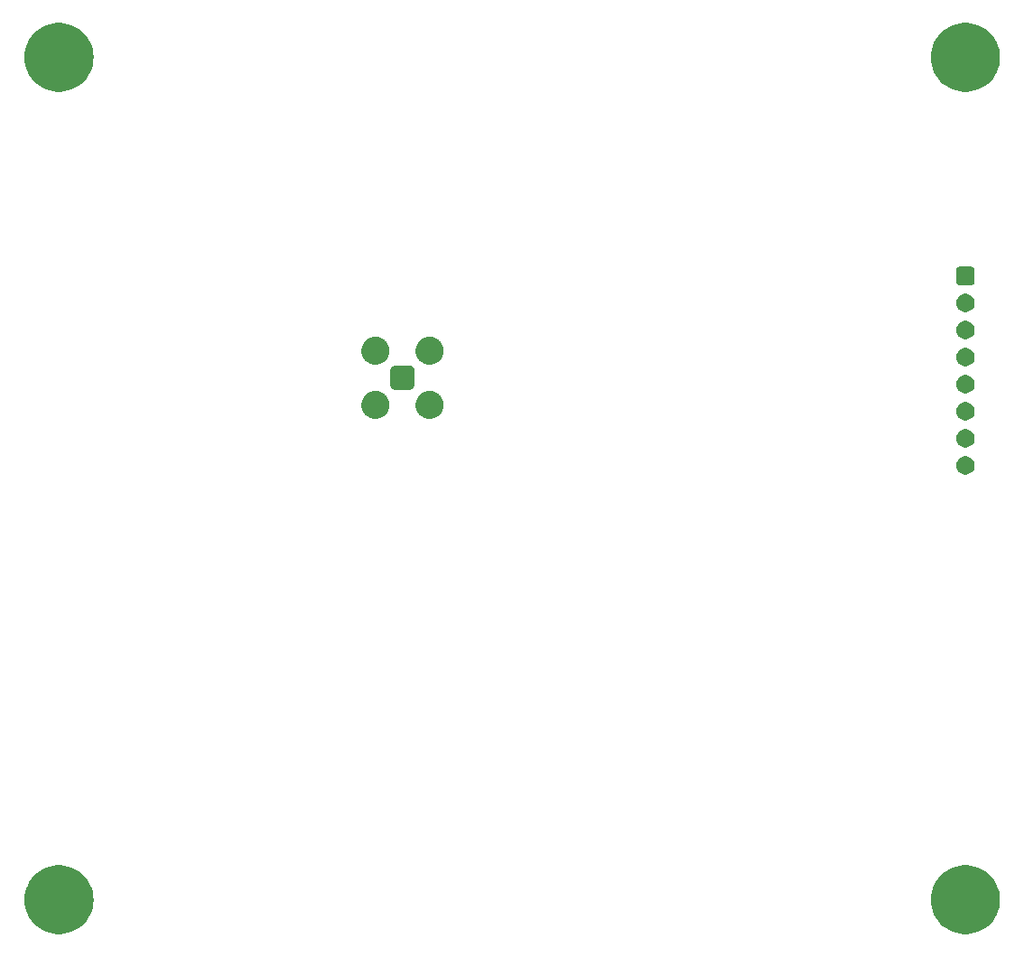
<source format=gbr>
%TF.GenerationSoftware,KiCad,Pcbnew,8.0.8*%
%TF.CreationDate,2025-03-29T16:24:55+01:00*%
%TF.ProjectId,rf,72662e6b-6963-4616-945f-706362585858,rev?*%
%TF.SameCoordinates,PX55d4a80PY8044ea0*%
%TF.FileFunction,Soldermask,Bot*%
%TF.FilePolarity,Negative*%
%FSLAX46Y46*%
G04 Gerber Fmt 4.6, Leading zero omitted, Abs format (unit mm)*
G04 Created by KiCad (PCBNEW 8.0.8) date 2025-03-29 16:24:55*
%MOMM*%
%LPD*%
G01*
G04 APERTURE LIST*
G04 APERTURE END LIST*
G36*
X6023850Y8695344D02*
G01*
X6366257Y8619975D01*
X6698507Y8508027D01*
X7016707Y8360812D01*
X7317124Y8180057D01*
X7596237Y7967881D01*
X7850773Y7726771D01*
X8077749Y7459554D01*
X8274504Y7169363D01*
X8438729Y6859601D01*
X8568501Y6533898D01*
X8662297Y6196074D01*
X8719019Y5850089D01*
X8738000Y5500000D01*
X8719019Y5149911D01*
X8662297Y4803926D01*
X8568501Y4466102D01*
X8438729Y4140399D01*
X8274504Y3830637D01*
X8077749Y3540446D01*
X7850773Y3273229D01*
X7596237Y3032119D01*
X7317124Y2819943D01*
X7016707Y2639188D01*
X6698507Y2491973D01*
X6366257Y2380025D01*
X6023850Y2304656D01*
X5675302Y2266749D01*
X5324698Y2266749D01*
X4976150Y2304656D01*
X4633743Y2380025D01*
X4301493Y2491973D01*
X3983293Y2639188D01*
X3682876Y2819943D01*
X3403763Y3032119D01*
X3149227Y3273229D01*
X2922251Y3540446D01*
X2725496Y3830637D01*
X2561271Y4140399D01*
X2431499Y4466102D01*
X2337703Y4803926D01*
X2280981Y5149911D01*
X2262000Y5500000D01*
X2280981Y5850089D01*
X2337703Y6196074D01*
X2431499Y6533898D01*
X2561271Y6859601D01*
X2725496Y7169363D01*
X2922251Y7459554D01*
X3149227Y7726771D01*
X3403763Y7967881D01*
X3682876Y8180057D01*
X3983293Y8360812D01*
X4301493Y8508027D01*
X4633743Y8619975D01*
X4976150Y8695344D01*
X5324698Y8733251D01*
X5675302Y8733251D01*
X6023850Y8695344D01*
G37*
G36*
X91023850Y8695344D02*
G01*
X91366257Y8619975D01*
X91698507Y8508027D01*
X92016707Y8360812D01*
X92317124Y8180057D01*
X92596237Y7967881D01*
X92850773Y7726771D01*
X93077749Y7459554D01*
X93274504Y7169363D01*
X93438729Y6859601D01*
X93568501Y6533898D01*
X93662297Y6196074D01*
X93719019Y5850089D01*
X93738000Y5500000D01*
X93719019Y5149911D01*
X93662297Y4803926D01*
X93568501Y4466102D01*
X93438729Y4140399D01*
X93274504Y3830637D01*
X93077749Y3540446D01*
X92850773Y3273229D01*
X92596237Y3032119D01*
X92317124Y2819943D01*
X92016707Y2639188D01*
X91698507Y2491973D01*
X91366257Y2380025D01*
X91023850Y2304656D01*
X90675302Y2266749D01*
X90324698Y2266749D01*
X89976150Y2304656D01*
X89633743Y2380025D01*
X89301493Y2491973D01*
X88983293Y2639188D01*
X88682876Y2819943D01*
X88403763Y3032119D01*
X88149227Y3273229D01*
X87922251Y3540446D01*
X87725496Y3830637D01*
X87561271Y4140399D01*
X87431499Y4466102D01*
X87337703Y4803926D01*
X87280981Y5149911D01*
X87262000Y5500000D01*
X87280981Y5850089D01*
X87337703Y6196074D01*
X87431499Y6533898D01*
X87561271Y6859601D01*
X87725496Y7169363D01*
X87922251Y7459554D01*
X88149227Y7726771D01*
X88403763Y7967881D01*
X88682876Y8180057D01*
X88983293Y8360812D01*
X89301493Y8508027D01*
X89633743Y8619975D01*
X89976150Y8695344D01*
X90324698Y8733251D01*
X90675302Y8733251D01*
X91023850Y8695344D01*
G37*
G36*
X90766682Y47040762D02*
G01*
X90931500Y46967380D01*
X91077460Y46861334D01*
X91198182Y46727259D01*
X91288390Y46571014D01*
X91344141Y46399428D01*
X91363000Y46220000D01*
X91344141Y46040572D01*
X91288390Y45868986D01*
X91198182Y45712741D01*
X91077460Y45578666D01*
X90931500Y45472620D01*
X90766682Y45399238D01*
X90590208Y45361728D01*
X90409792Y45361728D01*
X90233318Y45399238D01*
X90068500Y45472620D01*
X89922540Y45578666D01*
X89801818Y45712741D01*
X89711610Y45868986D01*
X89655859Y46040572D01*
X89637000Y46220000D01*
X89655859Y46399428D01*
X89711610Y46571014D01*
X89801818Y46727259D01*
X89922540Y46861334D01*
X90068500Y46967380D01*
X90233318Y47040762D01*
X90409792Y47078272D01*
X90590208Y47078272D01*
X90766682Y47040762D01*
G37*
G36*
X90766682Y49580762D02*
G01*
X90931500Y49507380D01*
X91077460Y49401334D01*
X91198182Y49267259D01*
X91288390Y49111014D01*
X91344141Y48939428D01*
X91363000Y48760000D01*
X91344141Y48580572D01*
X91288390Y48408986D01*
X91198182Y48252741D01*
X91077460Y48118666D01*
X90931500Y48012620D01*
X90766682Y47939238D01*
X90590208Y47901728D01*
X90409792Y47901728D01*
X90233318Y47939238D01*
X90068500Y48012620D01*
X89922540Y48118666D01*
X89801818Y48252741D01*
X89711610Y48408986D01*
X89655859Y48580572D01*
X89637000Y48760000D01*
X89655859Y48939428D01*
X89711610Y49111014D01*
X89801818Y49267259D01*
X89922540Y49401334D01*
X90068500Y49507380D01*
X90233318Y49580762D01*
X90409792Y49618272D01*
X90590208Y49618272D01*
X90766682Y49580762D01*
G37*
G36*
X90766682Y52120762D02*
G01*
X90931500Y52047380D01*
X91077460Y51941334D01*
X91198182Y51807259D01*
X91288390Y51651014D01*
X91344141Y51479428D01*
X91363000Y51300000D01*
X91344141Y51120572D01*
X91288390Y50948986D01*
X91198182Y50792741D01*
X91077460Y50658666D01*
X90931500Y50552620D01*
X90766682Y50479238D01*
X90590208Y50441728D01*
X90409792Y50441728D01*
X90233318Y50479238D01*
X90068500Y50552620D01*
X89922540Y50658666D01*
X89801818Y50792741D01*
X89711610Y50948986D01*
X89655859Y51120572D01*
X89637000Y51300000D01*
X89655859Y51479428D01*
X89711610Y51651014D01*
X89801818Y51807259D01*
X89922540Y51941334D01*
X90068500Y52047380D01*
X90233318Y52120762D01*
X90409792Y52158272D01*
X90590208Y52158272D01*
X90766682Y52120762D01*
G37*
G36*
X35223700Y53228302D02*
G01*
X35278407Y53228302D01*
X35338700Y53218241D01*
X35398000Y53213053D01*
X35444567Y53200575D01*
X35492270Y53192615D01*
X35556265Y53170646D01*
X35619072Y53153816D01*
X35657545Y53135876D01*
X35697343Y53122213D01*
X35762733Y53086826D01*
X35826500Y53057091D01*
X35856515Y53036075D01*
X35888025Y53019022D01*
X35952172Y52969095D01*
X36013980Y52925816D01*
X36035762Y52904034D01*
X36059126Y52885849D01*
X36119141Y52820655D01*
X36175816Y52763980D01*
X36190122Y52743548D01*
X36205971Y52726332D01*
X36258837Y52645413D01*
X36307091Y52576500D01*
X36315146Y52559226D01*
X36324559Y52544818D01*
X36367285Y52447412D01*
X36403816Y52369072D01*
X36407217Y52356377D01*
X36411654Y52346263D01*
X36441352Y52228986D01*
X36463053Y52148000D01*
X36463682Y52140808D01*
X36464880Y52136078D01*
X36478931Y51966505D01*
X36483000Y51920000D01*
X36478931Y51873493D01*
X36464880Y51703923D01*
X36463682Y51699194D01*
X36463053Y51692000D01*
X36441348Y51610998D01*
X36411654Y51493738D01*
X36407218Y51483627D01*
X36403816Y51470928D01*
X36367278Y51392573D01*
X36324559Y51295183D01*
X36315147Y51280779D01*
X36307091Y51263500D01*
X36258827Y51194574D01*
X36205971Y51113669D01*
X36190125Y51096457D01*
X36175816Y51076020D01*
X36119129Y51019334D01*
X36059126Y50954152D01*
X36035766Y50935971D01*
X36013980Y50914184D01*
X35952159Y50870897D01*
X35888025Y50820979D01*
X35856521Y50803931D01*
X35826500Y50782909D01*
X35762720Y50753169D01*
X35697343Y50717788D01*
X35657553Y50704129D01*
X35619072Y50686184D01*
X35556252Y50669352D01*
X35492270Y50647386D01*
X35444575Y50639428D01*
X35398000Y50626947D01*
X35338696Y50621759D01*
X35278407Y50611698D01*
X35223700Y50611698D01*
X35170000Y50607000D01*
X35116300Y50611698D01*
X35061593Y50611698D01*
X35001302Y50621759D01*
X34942000Y50626947D01*
X34895425Y50639427D01*
X34847729Y50647386D01*
X34783743Y50669353D01*
X34720928Y50686184D01*
X34682449Y50704127D01*
X34642656Y50717788D01*
X34577272Y50753172D01*
X34513500Y50782909D01*
X34483481Y50803928D01*
X34451974Y50820979D01*
X34387830Y50870904D01*
X34326020Y50914184D01*
X34304236Y50935968D01*
X34280873Y50954152D01*
X34220857Y51019347D01*
X34164184Y51076020D01*
X34149877Y51096452D01*
X34134028Y51113669D01*
X34081157Y51194595D01*
X34032909Y51263500D01*
X34024854Y51280773D01*
X34015440Y51295183D01*
X33972704Y51392609D01*
X33936184Y51470928D01*
X33932783Y51483621D01*
X33928345Y51493738D01*
X33898633Y51611066D01*
X33876947Y51692000D01*
X33876318Y51699188D01*
X33875119Y51703923D01*
X33861049Y51873709D01*
X33857000Y51920000D01*
X33861049Y51966288D01*
X33875119Y52136078D01*
X33876318Y52140815D01*
X33876947Y52148000D01*
X33898629Y52228918D01*
X33928345Y52346263D01*
X33932783Y52356383D01*
X33936184Y52369072D01*
X33972697Y52447376D01*
X34015440Y52544818D01*
X34024856Y52559231D01*
X34032909Y52576500D01*
X34081147Y52645392D01*
X34134028Y52726332D01*
X34149880Y52743553D01*
X34164184Y52763980D01*
X34220846Y52820643D01*
X34280873Y52885849D01*
X34304241Y52904038D01*
X34326020Y52925816D01*
X34387817Y52969088D01*
X34451974Y53019022D01*
X34483488Y53036077D01*
X34513500Y53057091D01*
X34577258Y53086823D01*
X34642656Y53122213D01*
X34682457Y53135877D01*
X34720928Y53153816D01*
X34783730Y53170645D01*
X34847729Y53192615D01*
X34895433Y53200576D01*
X34942000Y53213053D01*
X35001299Y53218241D01*
X35061593Y53228302D01*
X35116300Y53228302D01*
X35170000Y53233000D01*
X35223700Y53228302D01*
G37*
G36*
X40303700Y53228302D02*
G01*
X40358407Y53228302D01*
X40418700Y53218241D01*
X40478000Y53213053D01*
X40524567Y53200575D01*
X40572270Y53192615D01*
X40636265Y53170646D01*
X40699072Y53153816D01*
X40737545Y53135876D01*
X40777343Y53122213D01*
X40842733Y53086826D01*
X40906500Y53057091D01*
X40936515Y53036075D01*
X40968025Y53019022D01*
X41032172Y52969095D01*
X41093980Y52925816D01*
X41115762Y52904034D01*
X41139126Y52885849D01*
X41199141Y52820655D01*
X41255816Y52763980D01*
X41270122Y52743548D01*
X41285971Y52726332D01*
X41338837Y52645413D01*
X41387091Y52576500D01*
X41395146Y52559226D01*
X41404559Y52544818D01*
X41447285Y52447412D01*
X41483816Y52369072D01*
X41487217Y52356377D01*
X41491654Y52346263D01*
X41521352Y52228986D01*
X41543053Y52148000D01*
X41543682Y52140808D01*
X41544880Y52136078D01*
X41558931Y51966505D01*
X41563000Y51920000D01*
X41558931Y51873493D01*
X41544880Y51703923D01*
X41543682Y51699194D01*
X41543053Y51692000D01*
X41521348Y51610998D01*
X41491654Y51493738D01*
X41487218Y51483627D01*
X41483816Y51470928D01*
X41447278Y51392573D01*
X41404559Y51295183D01*
X41395147Y51280779D01*
X41387091Y51263500D01*
X41338827Y51194574D01*
X41285971Y51113669D01*
X41270125Y51096457D01*
X41255816Y51076020D01*
X41199129Y51019334D01*
X41139126Y50954152D01*
X41115766Y50935971D01*
X41093980Y50914184D01*
X41032159Y50870897D01*
X40968025Y50820979D01*
X40936521Y50803931D01*
X40906500Y50782909D01*
X40842720Y50753169D01*
X40777343Y50717788D01*
X40737553Y50704129D01*
X40699072Y50686184D01*
X40636252Y50669352D01*
X40572270Y50647386D01*
X40524575Y50639428D01*
X40478000Y50626947D01*
X40418696Y50621759D01*
X40358407Y50611698D01*
X40303700Y50611698D01*
X40250000Y50607000D01*
X40196300Y50611698D01*
X40141593Y50611698D01*
X40081302Y50621759D01*
X40022000Y50626947D01*
X39975425Y50639427D01*
X39927729Y50647386D01*
X39863743Y50669353D01*
X39800928Y50686184D01*
X39762449Y50704127D01*
X39722656Y50717788D01*
X39657272Y50753172D01*
X39593500Y50782909D01*
X39563481Y50803928D01*
X39531974Y50820979D01*
X39467830Y50870904D01*
X39406020Y50914184D01*
X39384236Y50935968D01*
X39360873Y50954152D01*
X39300857Y51019347D01*
X39244184Y51076020D01*
X39229877Y51096452D01*
X39214028Y51113669D01*
X39161157Y51194595D01*
X39112909Y51263500D01*
X39104854Y51280773D01*
X39095440Y51295183D01*
X39052704Y51392609D01*
X39016184Y51470928D01*
X39012783Y51483621D01*
X39008345Y51493738D01*
X38978633Y51611066D01*
X38956947Y51692000D01*
X38956318Y51699188D01*
X38955119Y51703923D01*
X38941049Y51873709D01*
X38937000Y51920000D01*
X38941049Y51966288D01*
X38955119Y52136078D01*
X38956318Y52140815D01*
X38956947Y52148000D01*
X38978629Y52228918D01*
X39008345Y52346263D01*
X39012783Y52356383D01*
X39016184Y52369072D01*
X39052697Y52447376D01*
X39095440Y52544818D01*
X39104856Y52559231D01*
X39112909Y52576500D01*
X39161147Y52645392D01*
X39214028Y52726332D01*
X39229880Y52743553D01*
X39244184Y52763980D01*
X39300846Y52820643D01*
X39360873Y52885849D01*
X39384241Y52904038D01*
X39406020Y52925816D01*
X39467817Y52969088D01*
X39531974Y53019022D01*
X39563488Y53036077D01*
X39593500Y53057091D01*
X39657258Y53086823D01*
X39722656Y53122213D01*
X39762457Y53135877D01*
X39800928Y53153816D01*
X39863730Y53170645D01*
X39927729Y53192615D01*
X39975433Y53200576D01*
X40022000Y53213053D01*
X40081299Y53218241D01*
X40141593Y53228302D01*
X40196300Y53228302D01*
X40250000Y53233000D01*
X40303700Y53228302D01*
G37*
G36*
X90766682Y54660762D02*
G01*
X90931500Y54587380D01*
X91077460Y54481334D01*
X91198182Y54347259D01*
X91288390Y54191014D01*
X91344141Y54019428D01*
X91363000Y53840000D01*
X91344141Y53660572D01*
X91288390Y53488986D01*
X91198182Y53332741D01*
X91077460Y53198666D01*
X90931500Y53092620D01*
X90766682Y53019238D01*
X90590208Y52981728D01*
X90409792Y52981728D01*
X90233318Y53019238D01*
X90068500Y53092620D01*
X89922540Y53198666D01*
X89801818Y53332741D01*
X89711610Y53488986D01*
X89655859Y53660572D01*
X89637000Y53840000D01*
X89655859Y54019428D01*
X89711610Y54191014D01*
X89801818Y54347259D01*
X89922540Y54481334D01*
X90068500Y54587380D01*
X90233318Y54660762D01*
X90409792Y54698272D01*
X90590208Y54698272D01*
X90766682Y54660762D01*
G37*
G36*
X38278823Y55622168D02*
G01*
X38379749Y55612997D01*
X38402625Y55605869D01*
X38427921Y55602538D01*
X38472291Y55584160D01*
X38518766Y55569677D01*
X38543821Y55554531D01*
X38572750Y55542548D01*
X38606566Y55516600D01*
X38642557Y55494843D01*
X38667738Y55469662D01*
X38697118Y55447118D01*
X38719661Y55417739D01*
X38744842Y55392558D01*
X38766598Y55356569D01*
X38792548Y55322750D01*
X38804531Y55293820D01*
X38819676Y55268767D01*
X38834155Y55222302D01*
X38852538Y55177921D01*
X38855869Y55152618D01*
X38862995Y55129750D01*
X38872163Y55028851D01*
X38873000Y55022500D01*
X38873000Y53897500D01*
X38872164Y53891152D01*
X38862996Y53790251D01*
X38855869Y53767380D01*
X38852538Y53742079D01*
X38834155Y53697700D01*
X38819676Y53651234D01*
X38804532Y53626185D01*
X38792548Y53597250D01*
X38766595Y53563428D01*
X38744842Y53527443D01*
X38719664Y53502266D01*
X38697118Y53472882D01*
X38667734Y53450336D01*
X38642557Y53425158D01*
X38606572Y53403405D01*
X38572750Y53377452D01*
X38543815Y53365468D01*
X38518766Y53350324D01*
X38472304Y53335847D01*
X38427921Y53317462D01*
X38402615Y53314131D01*
X38379749Y53307005D01*
X38278852Y53297837D01*
X38272500Y53297000D01*
X37147500Y53297000D01*
X37141153Y53297836D01*
X37040250Y53307004D01*
X37017378Y53314132D01*
X36992079Y53317462D01*
X36947702Y53335844D01*
X36901233Y53350324D01*
X36876180Y53365469D01*
X36847250Y53377452D01*
X36813431Y53403402D01*
X36777442Y53425158D01*
X36752261Y53450339D01*
X36722882Y53472882D01*
X36700338Y53502262D01*
X36675157Y53527443D01*
X36653400Y53563434D01*
X36627452Y53597250D01*
X36615469Y53626179D01*
X36600323Y53651234D01*
X36585841Y53697706D01*
X36567462Y53742079D01*
X36564131Y53767380D01*
X36557004Y53790251D01*
X36547833Y53891173D01*
X36547000Y53897500D01*
X36547000Y55022500D01*
X36547832Y55028822D01*
X36557003Y55129750D01*
X36564131Y55152628D01*
X36567462Y55177921D01*
X36585839Y55222289D01*
X36600323Y55268767D01*
X36615470Y55293825D01*
X36627452Y55322750D01*
X36653397Y55356563D01*
X36675157Y55392558D01*
X36700341Y55417743D01*
X36722882Y55447118D01*
X36752257Y55469659D01*
X36777442Y55494843D01*
X36813437Y55516603D01*
X36847250Y55542548D01*
X36876175Y55554530D01*
X36901233Y55569677D01*
X36947708Y55584160D01*
X36992079Y55602538D01*
X37017377Y55605869D01*
X37040250Y55612996D01*
X37141174Y55622168D01*
X37147500Y55623000D01*
X38272500Y55623000D01*
X38278823Y55622168D01*
G37*
G36*
X90766682Y57200762D02*
G01*
X90931500Y57127380D01*
X91077460Y57021334D01*
X91198182Y56887259D01*
X91288390Y56731014D01*
X91344141Y56559428D01*
X91363000Y56380000D01*
X91344141Y56200572D01*
X91288390Y56028986D01*
X91198182Y55872741D01*
X91077460Y55738666D01*
X90931500Y55632620D01*
X90766682Y55559238D01*
X90590208Y55521728D01*
X90409792Y55521728D01*
X90233318Y55559238D01*
X90068500Y55632620D01*
X89922540Y55738666D01*
X89801818Y55872741D01*
X89711610Y56028986D01*
X89655859Y56200572D01*
X89637000Y56380000D01*
X89655859Y56559428D01*
X89711610Y56731014D01*
X89801818Y56887259D01*
X89922540Y57021334D01*
X90068500Y57127380D01*
X90233318Y57200762D01*
X90409792Y57238272D01*
X90590208Y57238272D01*
X90766682Y57200762D01*
G37*
G36*
X35223700Y58308302D02*
G01*
X35278407Y58308302D01*
X35338700Y58298241D01*
X35398000Y58293053D01*
X35444567Y58280575D01*
X35492270Y58272615D01*
X35556265Y58250646D01*
X35619072Y58233816D01*
X35657545Y58215876D01*
X35697343Y58202213D01*
X35762733Y58166826D01*
X35826500Y58137091D01*
X35856515Y58116075D01*
X35888025Y58099022D01*
X35952172Y58049095D01*
X36013980Y58005816D01*
X36035762Y57984034D01*
X36059126Y57965849D01*
X36119141Y57900655D01*
X36175816Y57843980D01*
X36190122Y57823548D01*
X36205971Y57806332D01*
X36258837Y57725413D01*
X36307091Y57656500D01*
X36315146Y57639226D01*
X36324559Y57624818D01*
X36367285Y57527412D01*
X36403816Y57449072D01*
X36407217Y57436377D01*
X36411654Y57426263D01*
X36441352Y57308986D01*
X36463053Y57228000D01*
X36463682Y57220808D01*
X36464880Y57216078D01*
X36478931Y57046505D01*
X36483000Y57000000D01*
X36478931Y56953493D01*
X36464880Y56783923D01*
X36463682Y56779194D01*
X36463053Y56772000D01*
X36441348Y56690998D01*
X36411654Y56573738D01*
X36407218Y56563627D01*
X36403816Y56550928D01*
X36367278Y56472573D01*
X36324559Y56375183D01*
X36315147Y56360779D01*
X36307091Y56343500D01*
X36258827Y56274574D01*
X36205971Y56193669D01*
X36190125Y56176457D01*
X36175816Y56156020D01*
X36119129Y56099334D01*
X36059126Y56034152D01*
X36035766Y56015971D01*
X36013980Y55994184D01*
X35952159Y55950897D01*
X35888025Y55900979D01*
X35856521Y55883931D01*
X35826500Y55862909D01*
X35762720Y55833169D01*
X35697343Y55797788D01*
X35657553Y55784129D01*
X35619072Y55766184D01*
X35556252Y55749352D01*
X35492270Y55727386D01*
X35444575Y55719428D01*
X35398000Y55706947D01*
X35338696Y55701759D01*
X35278407Y55691698D01*
X35223700Y55691698D01*
X35170000Y55687000D01*
X35116300Y55691698D01*
X35061593Y55691698D01*
X35001302Y55701759D01*
X34942000Y55706947D01*
X34895425Y55719427D01*
X34847729Y55727386D01*
X34783743Y55749353D01*
X34720928Y55766184D01*
X34682449Y55784127D01*
X34642656Y55797788D01*
X34577272Y55833172D01*
X34513500Y55862909D01*
X34483481Y55883928D01*
X34451974Y55900979D01*
X34387830Y55950904D01*
X34326020Y55994184D01*
X34304236Y56015968D01*
X34280873Y56034152D01*
X34220857Y56099347D01*
X34164184Y56156020D01*
X34149877Y56176452D01*
X34134028Y56193669D01*
X34081157Y56274595D01*
X34032909Y56343500D01*
X34024854Y56360773D01*
X34015440Y56375183D01*
X33972704Y56472609D01*
X33936184Y56550928D01*
X33932783Y56563621D01*
X33928345Y56573738D01*
X33898633Y56691066D01*
X33876947Y56772000D01*
X33876318Y56779188D01*
X33875119Y56783923D01*
X33861049Y56953709D01*
X33857000Y57000000D01*
X33861049Y57046288D01*
X33875119Y57216078D01*
X33876318Y57220815D01*
X33876947Y57228000D01*
X33898629Y57308918D01*
X33928345Y57426263D01*
X33932783Y57436383D01*
X33936184Y57449072D01*
X33972697Y57527376D01*
X34015440Y57624818D01*
X34024856Y57639231D01*
X34032909Y57656500D01*
X34081147Y57725392D01*
X34134028Y57806332D01*
X34149880Y57823553D01*
X34164184Y57843980D01*
X34220846Y57900643D01*
X34280873Y57965849D01*
X34304241Y57984038D01*
X34326020Y58005816D01*
X34387817Y58049088D01*
X34451974Y58099022D01*
X34483488Y58116077D01*
X34513500Y58137091D01*
X34577258Y58166823D01*
X34642656Y58202213D01*
X34682457Y58215877D01*
X34720928Y58233816D01*
X34783730Y58250645D01*
X34847729Y58272615D01*
X34895433Y58280576D01*
X34942000Y58293053D01*
X35001299Y58298241D01*
X35061593Y58308302D01*
X35116300Y58308302D01*
X35170000Y58313000D01*
X35223700Y58308302D01*
G37*
G36*
X40303700Y58308302D02*
G01*
X40358407Y58308302D01*
X40418700Y58298241D01*
X40478000Y58293053D01*
X40524567Y58280575D01*
X40572270Y58272615D01*
X40636265Y58250646D01*
X40699072Y58233816D01*
X40737545Y58215876D01*
X40777343Y58202213D01*
X40842733Y58166826D01*
X40906500Y58137091D01*
X40936515Y58116075D01*
X40968025Y58099022D01*
X41032172Y58049095D01*
X41093980Y58005816D01*
X41115762Y57984034D01*
X41139126Y57965849D01*
X41199141Y57900655D01*
X41255816Y57843980D01*
X41270122Y57823548D01*
X41285971Y57806332D01*
X41338837Y57725413D01*
X41387091Y57656500D01*
X41395146Y57639226D01*
X41404559Y57624818D01*
X41447285Y57527412D01*
X41483816Y57449072D01*
X41487217Y57436377D01*
X41491654Y57426263D01*
X41521352Y57308986D01*
X41543053Y57228000D01*
X41543682Y57220808D01*
X41544880Y57216078D01*
X41558931Y57046505D01*
X41563000Y57000000D01*
X41558931Y56953493D01*
X41544880Y56783923D01*
X41543682Y56779194D01*
X41543053Y56772000D01*
X41521348Y56690998D01*
X41491654Y56573738D01*
X41487218Y56563627D01*
X41483816Y56550928D01*
X41447278Y56472573D01*
X41404559Y56375183D01*
X41395147Y56360779D01*
X41387091Y56343500D01*
X41338827Y56274574D01*
X41285971Y56193669D01*
X41270125Y56176457D01*
X41255816Y56156020D01*
X41199129Y56099334D01*
X41139126Y56034152D01*
X41115766Y56015971D01*
X41093980Y55994184D01*
X41032159Y55950897D01*
X40968025Y55900979D01*
X40936521Y55883931D01*
X40906500Y55862909D01*
X40842720Y55833169D01*
X40777343Y55797788D01*
X40737553Y55784129D01*
X40699072Y55766184D01*
X40636252Y55749352D01*
X40572270Y55727386D01*
X40524575Y55719428D01*
X40478000Y55706947D01*
X40418696Y55701759D01*
X40358407Y55691698D01*
X40303700Y55691698D01*
X40250000Y55687000D01*
X40196300Y55691698D01*
X40141593Y55691698D01*
X40081302Y55701759D01*
X40022000Y55706947D01*
X39975425Y55719427D01*
X39927729Y55727386D01*
X39863743Y55749353D01*
X39800928Y55766184D01*
X39762449Y55784127D01*
X39722656Y55797788D01*
X39657272Y55833172D01*
X39593500Y55862909D01*
X39563481Y55883928D01*
X39531974Y55900979D01*
X39467830Y55950904D01*
X39406020Y55994184D01*
X39384236Y56015968D01*
X39360873Y56034152D01*
X39300857Y56099347D01*
X39244184Y56156020D01*
X39229877Y56176452D01*
X39214028Y56193669D01*
X39161157Y56274595D01*
X39112909Y56343500D01*
X39104854Y56360773D01*
X39095440Y56375183D01*
X39052704Y56472609D01*
X39016184Y56550928D01*
X39012783Y56563621D01*
X39008345Y56573738D01*
X38978633Y56691066D01*
X38956947Y56772000D01*
X38956318Y56779188D01*
X38955119Y56783923D01*
X38941049Y56953709D01*
X38937000Y57000000D01*
X38941049Y57046288D01*
X38955119Y57216078D01*
X38956318Y57220815D01*
X38956947Y57228000D01*
X38978629Y57308918D01*
X39008345Y57426263D01*
X39012783Y57436383D01*
X39016184Y57449072D01*
X39052697Y57527376D01*
X39095440Y57624818D01*
X39104856Y57639231D01*
X39112909Y57656500D01*
X39161147Y57725392D01*
X39214028Y57806332D01*
X39229880Y57823553D01*
X39244184Y57843980D01*
X39300846Y57900643D01*
X39360873Y57965849D01*
X39384241Y57984038D01*
X39406020Y58005816D01*
X39467817Y58049088D01*
X39531974Y58099022D01*
X39563488Y58116077D01*
X39593500Y58137091D01*
X39657258Y58166823D01*
X39722656Y58202213D01*
X39762457Y58215877D01*
X39800928Y58233816D01*
X39863730Y58250645D01*
X39927729Y58272615D01*
X39975433Y58280576D01*
X40022000Y58293053D01*
X40081299Y58298241D01*
X40141593Y58308302D01*
X40196300Y58308302D01*
X40250000Y58313000D01*
X40303700Y58308302D01*
G37*
G36*
X90766682Y59740762D02*
G01*
X90931500Y59667380D01*
X91077460Y59561334D01*
X91198182Y59427259D01*
X91288390Y59271014D01*
X91344141Y59099428D01*
X91363000Y58920000D01*
X91344141Y58740572D01*
X91288390Y58568986D01*
X91198182Y58412741D01*
X91077460Y58278666D01*
X90931500Y58172620D01*
X90766682Y58099238D01*
X90590208Y58061728D01*
X90409792Y58061728D01*
X90233318Y58099238D01*
X90068500Y58172620D01*
X89922540Y58278666D01*
X89801818Y58412741D01*
X89711610Y58568986D01*
X89655859Y58740572D01*
X89637000Y58920000D01*
X89655859Y59099428D01*
X89711610Y59271014D01*
X89801818Y59427259D01*
X89922540Y59561334D01*
X90068500Y59667380D01*
X90233318Y59740762D01*
X90409792Y59778272D01*
X90590208Y59778272D01*
X90766682Y59740762D01*
G37*
G36*
X90766682Y62280762D02*
G01*
X90931500Y62207380D01*
X91077460Y62101334D01*
X91198182Y61967259D01*
X91288390Y61811014D01*
X91344141Y61639428D01*
X91363000Y61460000D01*
X91344141Y61280572D01*
X91288390Y61108986D01*
X91198182Y60952741D01*
X91077460Y60818666D01*
X90931500Y60712620D01*
X90766682Y60639238D01*
X90590208Y60601728D01*
X90409792Y60601728D01*
X90233318Y60639238D01*
X90068500Y60712620D01*
X89922540Y60818666D01*
X89801818Y60952741D01*
X89711610Y61108986D01*
X89655859Y61280572D01*
X89637000Y61460000D01*
X89655859Y61639428D01*
X89711610Y61811014D01*
X89801818Y61967259D01*
X89922540Y62101334D01*
X90068500Y62207380D01*
X90233318Y62280762D01*
X90409792Y62318272D01*
X90590208Y62318272D01*
X90766682Y62280762D01*
G37*
G36*
X91140938Y64855350D02*
G01*
X91149782Y64851445D01*
X91156336Y64850490D01*
X91197310Y64830459D01*
X91237759Y64812599D01*
X91241503Y64808855D01*
X91241848Y64808686D01*
X91308685Y64741849D01*
X91308853Y64741505D01*
X91312599Y64737759D01*
X91330463Y64697300D01*
X91350489Y64656337D01*
X91351443Y64649786D01*
X91355350Y64640938D01*
X91363000Y64575000D01*
X91363000Y63425000D01*
X91355350Y63359062D01*
X91351443Y63350215D01*
X91350489Y63343664D01*
X91330468Y63302711D01*
X91312599Y63262241D01*
X91308852Y63258495D01*
X91308685Y63258152D01*
X91241848Y63191315D01*
X91241505Y63191148D01*
X91237759Y63187401D01*
X91197289Y63169532D01*
X91156336Y63149511D01*
X91149785Y63148557D01*
X91140938Y63144650D01*
X91075000Y63137000D01*
X89925000Y63137000D01*
X89859062Y63144650D01*
X89850214Y63148557D01*
X89843663Y63149511D01*
X89802700Y63169537D01*
X89762241Y63187401D01*
X89758495Y63191147D01*
X89758151Y63191315D01*
X89691314Y63258152D01*
X89691145Y63258497D01*
X89687401Y63262241D01*
X89669541Y63302690D01*
X89649510Y63343664D01*
X89648555Y63350218D01*
X89644650Y63359062D01*
X89637000Y63425000D01*
X89637000Y64575000D01*
X89644650Y64640938D01*
X89648554Y64649782D01*
X89649510Y64656337D01*
X89669545Y64697322D01*
X89687401Y64737759D01*
X89691144Y64741503D01*
X89691314Y64741849D01*
X89758151Y64808686D01*
X89758497Y64808856D01*
X89762241Y64812599D01*
X89802678Y64830455D01*
X89843663Y64850490D01*
X89850218Y64851446D01*
X89859062Y64855350D01*
X89925000Y64863000D01*
X91075000Y64863000D01*
X91140938Y64855350D01*
G37*
G36*
X6023850Y87695344D02*
G01*
X6366257Y87619975D01*
X6698507Y87508027D01*
X7016707Y87360812D01*
X7317124Y87180057D01*
X7596237Y86967881D01*
X7850773Y86726771D01*
X8077749Y86459554D01*
X8274504Y86169363D01*
X8438729Y85859601D01*
X8568501Y85533898D01*
X8662297Y85196074D01*
X8719019Y84850089D01*
X8738000Y84500000D01*
X8719019Y84149911D01*
X8662297Y83803926D01*
X8568501Y83466102D01*
X8438729Y83140399D01*
X8274504Y82830637D01*
X8077749Y82540446D01*
X7850773Y82273229D01*
X7596237Y82032119D01*
X7317124Y81819943D01*
X7016707Y81639188D01*
X6698507Y81491973D01*
X6366257Y81380025D01*
X6023850Y81304656D01*
X5675302Y81266749D01*
X5324698Y81266749D01*
X4976150Y81304656D01*
X4633743Y81380025D01*
X4301493Y81491973D01*
X3983293Y81639188D01*
X3682876Y81819943D01*
X3403763Y82032119D01*
X3149227Y82273229D01*
X2922251Y82540446D01*
X2725496Y82830637D01*
X2561271Y83140399D01*
X2431499Y83466102D01*
X2337703Y83803926D01*
X2280981Y84149911D01*
X2262000Y84500000D01*
X2280981Y84850089D01*
X2337703Y85196074D01*
X2431499Y85533898D01*
X2561271Y85859601D01*
X2725496Y86169363D01*
X2922251Y86459554D01*
X3149227Y86726771D01*
X3403763Y86967881D01*
X3682876Y87180057D01*
X3983293Y87360812D01*
X4301493Y87508027D01*
X4633743Y87619975D01*
X4976150Y87695344D01*
X5324698Y87733251D01*
X5675302Y87733251D01*
X6023850Y87695344D01*
G37*
G36*
X91023850Y87695344D02*
G01*
X91366257Y87619975D01*
X91698507Y87508027D01*
X92016707Y87360812D01*
X92317124Y87180057D01*
X92596237Y86967881D01*
X92850773Y86726771D01*
X93077749Y86459554D01*
X93274504Y86169363D01*
X93438729Y85859601D01*
X93568501Y85533898D01*
X93662297Y85196074D01*
X93719019Y84850089D01*
X93738000Y84500000D01*
X93719019Y84149911D01*
X93662297Y83803926D01*
X93568501Y83466102D01*
X93438729Y83140399D01*
X93274504Y82830637D01*
X93077749Y82540446D01*
X92850773Y82273229D01*
X92596237Y82032119D01*
X92317124Y81819943D01*
X92016707Y81639188D01*
X91698507Y81491973D01*
X91366257Y81380025D01*
X91023850Y81304656D01*
X90675302Y81266749D01*
X90324698Y81266749D01*
X89976150Y81304656D01*
X89633743Y81380025D01*
X89301493Y81491973D01*
X88983293Y81639188D01*
X88682876Y81819943D01*
X88403763Y82032119D01*
X88149227Y82273229D01*
X87922251Y82540446D01*
X87725496Y82830637D01*
X87561271Y83140399D01*
X87431499Y83466102D01*
X87337703Y83803926D01*
X87280981Y84149911D01*
X87262000Y84500000D01*
X87280981Y84850089D01*
X87337703Y85196074D01*
X87431499Y85533898D01*
X87561271Y85859601D01*
X87725496Y86169363D01*
X87922251Y86459554D01*
X88149227Y86726771D01*
X88403763Y86967881D01*
X88682876Y87180057D01*
X88983293Y87360812D01*
X89301493Y87508027D01*
X89633743Y87619975D01*
X89976150Y87695344D01*
X90324698Y87733251D01*
X90675302Y87733251D01*
X91023850Y87695344D01*
G37*
M02*

</source>
